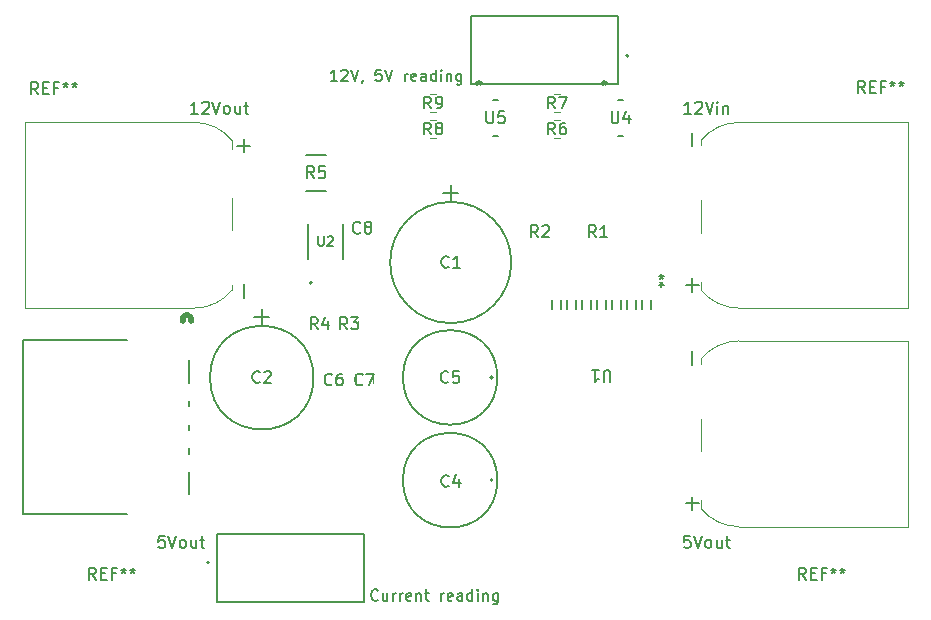
<source format=gbr>
%TF.GenerationSoftware,KiCad,Pcbnew,8.0.6*%
%TF.CreationDate,2025-05-08T15:48:42-04:00*%
%TF.ProjectId,PowerBoard2,506f7765-7242-46f6-9172-64322e6b6963,rev?*%
%TF.SameCoordinates,Original*%
%TF.FileFunction,Legend,Top*%
%TF.FilePolarity,Positive*%
%FSLAX46Y46*%
G04 Gerber Fmt 4.6, Leading zero omitted, Abs format (unit mm)*
G04 Created by KiCad (PCBNEW 8.0.6) date 2025-05-08 15:48:42*
%MOMM*%
%LPD*%
G01*
G04 APERTURE LIST*
%ADD10C,0.150000*%
%ADD11C,0.127000*%
%ADD12C,0.200000*%
%ADD13C,0.152400*%
%ADD14C,0.120000*%
%ADD15C,0.508000*%
G04 APERTURE END LIST*
D10*
X131935601Y-107339332D02*
X131890607Y-107384327D01*
X131890607Y-107384327D02*
X131755623Y-107429321D01*
X131755623Y-107429321D02*
X131665635Y-107429321D01*
X131665635Y-107429321D02*
X131530652Y-107384327D01*
X131530652Y-107384327D02*
X131440663Y-107294338D01*
X131440663Y-107294338D02*
X131395668Y-107204349D01*
X131395668Y-107204349D02*
X131350674Y-107024371D01*
X131350674Y-107024371D02*
X131350674Y-106889388D01*
X131350674Y-106889388D02*
X131395668Y-106709411D01*
X131395668Y-106709411D02*
X131440663Y-106619422D01*
X131440663Y-106619422D02*
X131530652Y-106529433D01*
X131530652Y-106529433D02*
X131665635Y-106484439D01*
X131665635Y-106484439D02*
X131755623Y-106484439D01*
X131755623Y-106484439D02*
X131890607Y-106529433D01*
X131890607Y-106529433D02*
X131935601Y-106574428D01*
X132745500Y-106799400D02*
X132745500Y-107429321D01*
X132340550Y-106799400D02*
X132340550Y-107294338D01*
X132340550Y-107294338D02*
X132385545Y-107384327D01*
X132385545Y-107384327D02*
X132475534Y-107429321D01*
X132475534Y-107429321D02*
X132610517Y-107429321D01*
X132610517Y-107429321D02*
X132700505Y-107384327D01*
X132700505Y-107384327D02*
X132745500Y-107339332D01*
X133195443Y-107429321D02*
X133195443Y-106799400D01*
X133195443Y-106979377D02*
X133240438Y-106889388D01*
X133240438Y-106889388D02*
X133285432Y-106844394D01*
X133285432Y-106844394D02*
X133375421Y-106799400D01*
X133375421Y-106799400D02*
X133465410Y-106799400D01*
X133780370Y-107429321D02*
X133780370Y-106799400D01*
X133780370Y-106979377D02*
X133825365Y-106889388D01*
X133825365Y-106889388D02*
X133870359Y-106844394D01*
X133870359Y-106844394D02*
X133960348Y-106799400D01*
X133960348Y-106799400D02*
X134050337Y-106799400D01*
X134725252Y-107384327D02*
X134635264Y-107429321D01*
X134635264Y-107429321D02*
X134455286Y-107429321D01*
X134455286Y-107429321D02*
X134365297Y-107384327D01*
X134365297Y-107384327D02*
X134320303Y-107294338D01*
X134320303Y-107294338D02*
X134320303Y-106934383D01*
X134320303Y-106934383D02*
X134365297Y-106844394D01*
X134365297Y-106844394D02*
X134455286Y-106799400D01*
X134455286Y-106799400D02*
X134635264Y-106799400D01*
X134635264Y-106799400D02*
X134725252Y-106844394D01*
X134725252Y-106844394D02*
X134770247Y-106934383D01*
X134770247Y-106934383D02*
X134770247Y-107024371D01*
X134770247Y-107024371D02*
X134320303Y-107114360D01*
X135175196Y-106799400D02*
X135175196Y-107429321D01*
X135175196Y-106889388D02*
X135220191Y-106844394D01*
X135220191Y-106844394D02*
X135310180Y-106799400D01*
X135310180Y-106799400D02*
X135445163Y-106799400D01*
X135445163Y-106799400D02*
X135535151Y-106844394D01*
X135535151Y-106844394D02*
X135580146Y-106934383D01*
X135580146Y-106934383D02*
X135580146Y-107429321D01*
X135895106Y-106799400D02*
X136255061Y-106799400D01*
X136030089Y-106484439D02*
X136030089Y-107294338D01*
X136030089Y-107294338D02*
X136075084Y-107384327D01*
X136075084Y-107384327D02*
X136165073Y-107429321D01*
X136165073Y-107429321D02*
X136255061Y-107429321D01*
X137289932Y-107429321D02*
X137289932Y-106799400D01*
X137289932Y-106979377D02*
X137334927Y-106889388D01*
X137334927Y-106889388D02*
X137379921Y-106844394D01*
X137379921Y-106844394D02*
X137469910Y-106799400D01*
X137469910Y-106799400D02*
X137559899Y-106799400D01*
X138234814Y-107384327D02*
X138144826Y-107429321D01*
X138144826Y-107429321D02*
X137964848Y-107429321D01*
X137964848Y-107429321D02*
X137874859Y-107384327D01*
X137874859Y-107384327D02*
X137829865Y-107294338D01*
X137829865Y-107294338D02*
X137829865Y-106934383D01*
X137829865Y-106934383D02*
X137874859Y-106844394D01*
X137874859Y-106844394D02*
X137964848Y-106799400D01*
X137964848Y-106799400D02*
X138144826Y-106799400D01*
X138144826Y-106799400D02*
X138234814Y-106844394D01*
X138234814Y-106844394D02*
X138279809Y-106934383D01*
X138279809Y-106934383D02*
X138279809Y-107024371D01*
X138279809Y-107024371D02*
X137829865Y-107114360D01*
X139089708Y-107429321D02*
X139089708Y-106934383D01*
X139089708Y-106934383D02*
X139044713Y-106844394D01*
X139044713Y-106844394D02*
X138954725Y-106799400D01*
X138954725Y-106799400D02*
X138774747Y-106799400D01*
X138774747Y-106799400D02*
X138684758Y-106844394D01*
X139089708Y-107384327D02*
X138999719Y-107429321D01*
X138999719Y-107429321D02*
X138774747Y-107429321D01*
X138774747Y-107429321D02*
X138684758Y-107384327D01*
X138684758Y-107384327D02*
X138639764Y-107294338D01*
X138639764Y-107294338D02*
X138639764Y-107204349D01*
X138639764Y-107204349D02*
X138684758Y-107114360D01*
X138684758Y-107114360D02*
X138774747Y-107069366D01*
X138774747Y-107069366D02*
X138999719Y-107069366D01*
X138999719Y-107069366D02*
X139089708Y-107024371D01*
X139944601Y-107429321D02*
X139944601Y-106484439D01*
X139944601Y-107384327D02*
X139854612Y-107429321D01*
X139854612Y-107429321D02*
X139674635Y-107429321D01*
X139674635Y-107429321D02*
X139584646Y-107384327D01*
X139584646Y-107384327D02*
X139539651Y-107339332D01*
X139539651Y-107339332D02*
X139494657Y-107249343D01*
X139494657Y-107249343D02*
X139494657Y-106979377D01*
X139494657Y-106979377D02*
X139539651Y-106889388D01*
X139539651Y-106889388D02*
X139584646Y-106844394D01*
X139584646Y-106844394D02*
X139674635Y-106799400D01*
X139674635Y-106799400D02*
X139854612Y-106799400D01*
X139854612Y-106799400D02*
X139944601Y-106844394D01*
X140394544Y-107429321D02*
X140394544Y-106799400D01*
X140394544Y-106484439D02*
X140349550Y-106529433D01*
X140349550Y-106529433D02*
X140394544Y-106574428D01*
X140394544Y-106574428D02*
X140439539Y-106529433D01*
X140439539Y-106529433D02*
X140394544Y-106484439D01*
X140394544Y-106484439D02*
X140394544Y-106574428D01*
X140844488Y-106799400D02*
X140844488Y-107429321D01*
X140844488Y-106889388D02*
X140889483Y-106844394D01*
X140889483Y-106844394D02*
X140979472Y-106799400D01*
X140979472Y-106799400D02*
X141114455Y-106799400D01*
X141114455Y-106799400D02*
X141204443Y-106844394D01*
X141204443Y-106844394D02*
X141249438Y-106934383D01*
X141249438Y-106934383D02*
X141249438Y-107429321D01*
X142104331Y-106799400D02*
X142104331Y-107564304D01*
X142104331Y-107564304D02*
X142059336Y-107654293D01*
X142059336Y-107654293D02*
X142014342Y-107699287D01*
X142014342Y-107699287D02*
X141924353Y-107744282D01*
X141924353Y-107744282D02*
X141789370Y-107744282D01*
X141789370Y-107744282D02*
X141699381Y-107699287D01*
X142104331Y-107384327D02*
X142014342Y-107429321D01*
X142014342Y-107429321D02*
X141834365Y-107429321D01*
X141834365Y-107429321D02*
X141744376Y-107384327D01*
X141744376Y-107384327D02*
X141699381Y-107339332D01*
X141699381Y-107339332D02*
X141654387Y-107249343D01*
X141654387Y-107249343D02*
X141654387Y-106979377D01*
X141654387Y-106979377D02*
X141699381Y-106889388D01*
X141699381Y-106889388D02*
X141744376Y-106844394D01*
X141744376Y-106844394D02*
X141834365Y-106799400D01*
X141834365Y-106799400D02*
X142014342Y-106799400D01*
X142014342Y-106799400D02*
X142104331Y-106844394D01*
X151720495Y-66004820D02*
X151720495Y-66814343D01*
X151720495Y-66814343D02*
X151768114Y-66909581D01*
X151768114Y-66909581D02*
X151815733Y-66957201D01*
X151815733Y-66957201D02*
X151910971Y-67004820D01*
X151910971Y-67004820D02*
X152101447Y-67004820D01*
X152101447Y-67004820D02*
X152196685Y-66957201D01*
X152196685Y-66957201D02*
X152244304Y-66909581D01*
X152244304Y-66909581D02*
X152291923Y-66814343D01*
X152291923Y-66814343D02*
X152291923Y-66004820D01*
X153196685Y-66338153D02*
X153196685Y-67004820D01*
X152958590Y-65957201D02*
X152720495Y-66671486D01*
X152720495Y-66671486D02*
X153339542Y-66671486D01*
X151110800Y-63353020D02*
X151110800Y-63591115D01*
X150872705Y-63495877D02*
X151110800Y-63591115D01*
X151110800Y-63591115D02*
X151348895Y-63495877D01*
X150967943Y-63781591D02*
X151110800Y-63591115D01*
X151110800Y-63591115D02*
X151253657Y-63781591D01*
X151110800Y-63353020D02*
X151110800Y-63591115D01*
X150872705Y-63495877D02*
X151110800Y-63591115D01*
X151110800Y-63591115D02*
X151348895Y-63495877D01*
X150967943Y-63781591D02*
X151110800Y-63591115D01*
X151110800Y-63591115D02*
X151253657Y-63781591D01*
X146933333Y-65754819D02*
X146600000Y-65278628D01*
X146361905Y-65754819D02*
X146361905Y-64754819D01*
X146361905Y-64754819D02*
X146742857Y-64754819D01*
X146742857Y-64754819D02*
X146838095Y-64802438D01*
X146838095Y-64802438D02*
X146885714Y-64850057D01*
X146885714Y-64850057D02*
X146933333Y-64945295D01*
X146933333Y-64945295D02*
X146933333Y-65088152D01*
X146933333Y-65088152D02*
X146885714Y-65183390D01*
X146885714Y-65183390D02*
X146838095Y-65231009D01*
X146838095Y-65231009D02*
X146742857Y-65278628D01*
X146742857Y-65278628D02*
X146361905Y-65278628D01*
X147266667Y-64754819D02*
X147933333Y-64754819D01*
X147933333Y-64754819D02*
X147504762Y-65754819D01*
X129333333Y-84454819D02*
X129000000Y-83978628D01*
X128761905Y-84454819D02*
X128761905Y-83454819D01*
X128761905Y-83454819D02*
X129142857Y-83454819D01*
X129142857Y-83454819D02*
X129238095Y-83502438D01*
X129238095Y-83502438D02*
X129285714Y-83550057D01*
X129285714Y-83550057D02*
X129333333Y-83645295D01*
X129333333Y-83645295D02*
X129333333Y-83788152D01*
X129333333Y-83788152D02*
X129285714Y-83883390D01*
X129285714Y-83883390D02*
X129238095Y-83931009D01*
X129238095Y-83931009D02*
X129142857Y-83978628D01*
X129142857Y-83978628D02*
X128761905Y-83978628D01*
X129666667Y-83454819D02*
X130285714Y-83454819D01*
X130285714Y-83454819D02*
X129952381Y-83835771D01*
X129952381Y-83835771D02*
X130095238Y-83835771D01*
X130095238Y-83835771D02*
X130190476Y-83883390D01*
X130190476Y-83883390D02*
X130238095Y-83931009D01*
X130238095Y-83931009D02*
X130285714Y-84026247D01*
X130285714Y-84026247D02*
X130285714Y-84264342D01*
X130285714Y-84264342D02*
X130238095Y-84359580D01*
X130238095Y-84359580D02*
X130190476Y-84407200D01*
X130190476Y-84407200D02*
X130095238Y-84454819D01*
X130095238Y-84454819D02*
X129809524Y-84454819D01*
X129809524Y-84454819D02*
X129714286Y-84407200D01*
X129714286Y-84407200D02*
X129666667Y-84359580D01*
X158440476Y-66204819D02*
X157869048Y-66204819D01*
X158154762Y-66204819D02*
X158154762Y-65204819D01*
X158154762Y-65204819D02*
X158059524Y-65347676D01*
X158059524Y-65347676D02*
X157964286Y-65442914D01*
X157964286Y-65442914D02*
X157869048Y-65490533D01*
X158821429Y-65300057D02*
X158869048Y-65252438D01*
X158869048Y-65252438D02*
X158964286Y-65204819D01*
X158964286Y-65204819D02*
X159202381Y-65204819D01*
X159202381Y-65204819D02*
X159297619Y-65252438D01*
X159297619Y-65252438D02*
X159345238Y-65300057D01*
X159345238Y-65300057D02*
X159392857Y-65395295D01*
X159392857Y-65395295D02*
X159392857Y-65490533D01*
X159392857Y-65490533D02*
X159345238Y-65633390D01*
X159345238Y-65633390D02*
X158773810Y-66204819D01*
X158773810Y-66204819D02*
X159392857Y-66204819D01*
X159678572Y-65204819D02*
X160011905Y-66204819D01*
X160011905Y-66204819D02*
X160345238Y-65204819D01*
X160678572Y-66204819D02*
X160678572Y-65538152D01*
X160678572Y-65204819D02*
X160630953Y-65252438D01*
X160630953Y-65252438D02*
X160678572Y-65300057D01*
X160678572Y-65300057D02*
X160726191Y-65252438D01*
X160726191Y-65252438D02*
X160678572Y-65204819D01*
X160678572Y-65204819D02*
X160678572Y-65300057D01*
X161154762Y-65538152D02*
X161154762Y-66204819D01*
X161154762Y-65633390D02*
X161202381Y-65585771D01*
X161202381Y-65585771D02*
X161297619Y-65538152D01*
X161297619Y-65538152D02*
X161440476Y-65538152D01*
X161440476Y-65538152D02*
X161535714Y-65585771D01*
X161535714Y-65585771D02*
X161583333Y-65681009D01*
X161583333Y-65681009D02*
X161583333Y-66204819D01*
X158564700Y-81271428D02*
X158564700Y-80128571D01*
X159136128Y-80699999D02*
X157993271Y-80699999D01*
X158564700Y-68971428D02*
X158564700Y-67828571D01*
X121933333Y-88909579D02*
X121885714Y-88957199D01*
X121885714Y-88957199D02*
X121742857Y-89004818D01*
X121742857Y-89004818D02*
X121647619Y-89004818D01*
X121647619Y-89004818D02*
X121504762Y-88957199D01*
X121504762Y-88957199D02*
X121409524Y-88861960D01*
X121409524Y-88861960D02*
X121361905Y-88766722D01*
X121361905Y-88766722D02*
X121314286Y-88576246D01*
X121314286Y-88576246D02*
X121314286Y-88433389D01*
X121314286Y-88433389D02*
X121361905Y-88242913D01*
X121361905Y-88242913D02*
X121409524Y-88147675D01*
X121409524Y-88147675D02*
X121504762Y-88052437D01*
X121504762Y-88052437D02*
X121647619Y-88004818D01*
X121647619Y-88004818D02*
X121742857Y-88004818D01*
X121742857Y-88004818D02*
X121885714Y-88052437D01*
X121885714Y-88052437D02*
X121933333Y-88100056D01*
X122314286Y-88100056D02*
X122361905Y-88052437D01*
X122361905Y-88052437D02*
X122457143Y-88004818D01*
X122457143Y-88004818D02*
X122695238Y-88004818D01*
X122695238Y-88004818D02*
X122790476Y-88052437D01*
X122790476Y-88052437D02*
X122838095Y-88100056D01*
X122838095Y-88100056D02*
X122885714Y-88195294D01*
X122885714Y-88195294D02*
X122885714Y-88290532D01*
X122885714Y-88290532D02*
X122838095Y-88433389D01*
X122838095Y-88433389D02*
X122266667Y-89004818D01*
X122266667Y-89004818D02*
X122885714Y-89004818D01*
X137883333Y-88892830D02*
X137835714Y-88940450D01*
X137835714Y-88940450D02*
X137692857Y-88988069D01*
X137692857Y-88988069D02*
X137597619Y-88988069D01*
X137597619Y-88988069D02*
X137454762Y-88940450D01*
X137454762Y-88940450D02*
X137359524Y-88845211D01*
X137359524Y-88845211D02*
X137311905Y-88749973D01*
X137311905Y-88749973D02*
X137264286Y-88559497D01*
X137264286Y-88559497D02*
X137264286Y-88416640D01*
X137264286Y-88416640D02*
X137311905Y-88226164D01*
X137311905Y-88226164D02*
X137359524Y-88130926D01*
X137359524Y-88130926D02*
X137454762Y-88035688D01*
X137454762Y-88035688D02*
X137597619Y-87988069D01*
X137597619Y-87988069D02*
X137692857Y-87988069D01*
X137692857Y-87988069D02*
X137835714Y-88035688D01*
X137835714Y-88035688D02*
X137883333Y-88083307D01*
X138788095Y-87988069D02*
X138311905Y-87988069D01*
X138311905Y-87988069D02*
X138264286Y-88464259D01*
X138264286Y-88464259D02*
X138311905Y-88416640D01*
X138311905Y-88416640D02*
X138407143Y-88369021D01*
X138407143Y-88369021D02*
X138645238Y-88369021D01*
X138645238Y-88369021D02*
X138740476Y-88416640D01*
X138740476Y-88416640D02*
X138788095Y-88464259D01*
X138788095Y-88464259D02*
X138835714Y-88559497D01*
X138835714Y-88559497D02*
X138835714Y-88797592D01*
X138835714Y-88797592D02*
X138788095Y-88892830D01*
X138788095Y-88892830D02*
X138740476Y-88940450D01*
X138740476Y-88940450D02*
X138645238Y-88988069D01*
X138645238Y-88988069D02*
X138407143Y-88988069D01*
X138407143Y-88988069D02*
X138311905Y-88940450D01*
X138311905Y-88940450D02*
X138264286Y-88892830D01*
X126890476Y-76562295D02*
X126890476Y-77209914D01*
X126890476Y-77209914D02*
X126928571Y-77286104D01*
X126928571Y-77286104D02*
X126966666Y-77324200D01*
X126966666Y-77324200D02*
X127042857Y-77362295D01*
X127042857Y-77362295D02*
X127195238Y-77362295D01*
X127195238Y-77362295D02*
X127271428Y-77324200D01*
X127271428Y-77324200D02*
X127309523Y-77286104D01*
X127309523Y-77286104D02*
X127347619Y-77209914D01*
X127347619Y-77209914D02*
X127347619Y-76562295D01*
X127690475Y-76638485D02*
X127728571Y-76600390D01*
X127728571Y-76600390D02*
X127804761Y-76562295D01*
X127804761Y-76562295D02*
X127995237Y-76562295D01*
X127995237Y-76562295D02*
X128071428Y-76600390D01*
X128071428Y-76600390D02*
X128109523Y-76638485D01*
X128109523Y-76638485D02*
X128147618Y-76714676D01*
X128147618Y-76714676D02*
X128147618Y-76790866D01*
X128147618Y-76790866D02*
X128109523Y-76905152D01*
X128109523Y-76905152D02*
X127652380Y-77362295D01*
X127652380Y-77362295D02*
X128147618Y-77362295D01*
X130633333Y-89109580D02*
X130585714Y-89157200D01*
X130585714Y-89157200D02*
X130442857Y-89204819D01*
X130442857Y-89204819D02*
X130347619Y-89204819D01*
X130347619Y-89204819D02*
X130204762Y-89157200D01*
X130204762Y-89157200D02*
X130109524Y-89061961D01*
X130109524Y-89061961D02*
X130061905Y-88966723D01*
X130061905Y-88966723D02*
X130014286Y-88776247D01*
X130014286Y-88776247D02*
X130014286Y-88633390D01*
X130014286Y-88633390D02*
X130061905Y-88442914D01*
X130061905Y-88442914D02*
X130109524Y-88347676D01*
X130109524Y-88347676D02*
X130204762Y-88252438D01*
X130204762Y-88252438D02*
X130347619Y-88204819D01*
X130347619Y-88204819D02*
X130442857Y-88204819D01*
X130442857Y-88204819D02*
X130585714Y-88252438D01*
X130585714Y-88252438D02*
X130633333Y-88300057D01*
X130966667Y-88204819D02*
X131633333Y-88204819D01*
X131633333Y-88204819D02*
X131204762Y-89204819D01*
X128033333Y-89109580D02*
X127985714Y-89157200D01*
X127985714Y-89157200D02*
X127842857Y-89204819D01*
X127842857Y-89204819D02*
X127747619Y-89204819D01*
X127747619Y-89204819D02*
X127604762Y-89157200D01*
X127604762Y-89157200D02*
X127509524Y-89061961D01*
X127509524Y-89061961D02*
X127461905Y-88966723D01*
X127461905Y-88966723D02*
X127414286Y-88776247D01*
X127414286Y-88776247D02*
X127414286Y-88633390D01*
X127414286Y-88633390D02*
X127461905Y-88442914D01*
X127461905Y-88442914D02*
X127509524Y-88347676D01*
X127509524Y-88347676D02*
X127604762Y-88252438D01*
X127604762Y-88252438D02*
X127747619Y-88204819D01*
X127747619Y-88204819D02*
X127842857Y-88204819D01*
X127842857Y-88204819D02*
X127985714Y-88252438D01*
X127985714Y-88252438D02*
X128033333Y-88300057D01*
X128890476Y-88204819D02*
X128700000Y-88204819D01*
X128700000Y-88204819D02*
X128604762Y-88252438D01*
X128604762Y-88252438D02*
X128557143Y-88300057D01*
X128557143Y-88300057D02*
X128461905Y-88442914D01*
X128461905Y-88442914D02*
X128414286Y-88633390D01*
X128414286Y-88633390D02*
X128414286Y-89014342D01*
X128414286Y-89014342D02*
X128461905Y-89109580D01*
X128461905Y-89109580D02*
X128509524Y-89157200D01*
X128509524Y-89157200D02*
X128604762Y-89204819D01*
X128604762Y-89204819D02*
X128795238Y-89204819D01*
X128795238Y-89204819D02*
X128890476Y-89157200D01*
X128890476Y-89157200D02*
X128938095Y-89109580D01*
X128938095Y-89109580D02*
X128985714Y-89014342D01*
X128985714Y-89014342D02*
X128985714Y-88776247D01*
X128985714Y-88776247D02*
X128938095Y-88681009D01*
X128938095Y-88681009D02*
X128890476Y-88633390D01*
X128890476Y-88633390D02*
X128795238Y-88585771D01*
X128795238Y-88585771D02*
X128604762Y-88585771D01*
X128604762Y-88585771D02*
X128509524Y-88633390D01*
X128509524Y-88633390D02*
X128461905Y-88681009D01*
X128461905Y-88681009D02*
X128414286Y-88776247D01*
X108066666Y-105654819D02*
X107733333Y-105178628D01*
X107495238Y-105654819D02*
X107495238Y-104654819D01*
X107495238Y-104654819D02*
X107876190Y-104654819D01*
X107876190Y-104654819D02*
X107971428Y-104702438D01*
X107971428Y-104702438D02*
X108019047Y-104750057D01*
X108019047Y-104750057D02*
X108066666Y-104845295D01*
X108066666Y-104845295D02*
X108066666Y-104988152D01*
X108066666Y-104988152D02*
X108019047Y-105083390D01*
X108019047Y-105083390D02*
X107971428Y-105131009D01*
X107971428Y-105131009D02*
X107876190Y-105178628D01*
X107876190Y-105178628D02*
X107495238Y-105178628D01*
X108495238Y-105131009D02*
X108828571Y-105131009D01*
X108971428Y-105654819D02*
X108495238Y-105654819D01*
X108495238Y-105654819D02*
X108495238Y-104654819D01*
X108495238Y-104654819D02*
X108971428Y-104654819D01*
X109733333Y-105131009D02*
X109400000Y-105131009D01*
X109400000Y-105654819D02*
X109400000Y-104654819D01*
X109400000Y-104654819D02*
X109876190Y-104654819D01*
X110400000Y-104654819D02*
X110400000Y-104892914D01*
X110161905Y-104797676D02*
X110400000Y-104892914D01*
X110400000Y-104892914D02*
X110638095Y-104797676D01*
X110257143Y-105083390D02*
X110400000Y-104892914D01*
X110400000Y-104892914D02*
X110542857Y-105083390D01*
X111161905Y-104654819D02*
X111161905Y-104892914D01*
X110923810Y-104797676D02*
X111161905Y-104892914D01*
X111161905Y-104892914D02*
X111400000Y-104797676D01*
X111019048Y-105083390D02*
X111161905Y-104892914D01*
X111161905Y-104892914D02*
X111304762Y-105083390D01*
X146933333Y-67954819D02*
X146600000Y-67478628D01*
X146361905Y-67954819D02*
X146361905Y-66954819D01*
X146361905Y-66954819D02*
X146742857Y-66954819D01*
X146742857Y-66954819D02*
X146838095Y-67002438D01*
X146838095Y-67002438D02*
X146885714Y-67050057D01*
X146885714Y-67050057D02*
X146933333Y-67145295D01*
X146933333Y-67145295D02*
X146933333Y-67288152D01*
X146933333Y-67288152D02*
X146885714Y-67383390D01*
X146885714Y-67383390D02*
X146838095Y-67431009D01*
X146838095Y-67431009D02*
X146742857Y-67478628D01*
X146742857Y-67478628D02*
X146361905Y-67478628D01*
X147790476Y-66954819D02*
X147600000Y-66954819D01*
X147600000Y-66954819D02*
X147504762Y-67002438D01*
X147504762Y-67002438D02*
X147457143Y-67050057D01*
X147457143Y-67050057D02*
X147361905Y-67192914D01*
X147361905Y-67192914D02*
X147314286Y-67383390D01*
X147314286Y-67383390D02*
X147314286Y-67764342D01*
X147314286Y-67764342D02*
X147361905Y-67859580D01*
X147361905Y-67859580D02*
X147409524Y-67907200D01*
X147409524Y-67907200D02*
X147504762Y-67954819D01*
X147504762Y-67954819D02*
X147695238Y-67954819D01*
X147695238Y-67954819D02*
X147790476Y-67907200D01*
X147790476Y-67907200D02*
X147838095Y-67859580D01*
X147838095Y-67859580D02*
X147885714Y-67764342D01*
X147885714Y-67764342D02*
X147885714Y-67526247D01*
X147885714Y-67526247D02*
X147838095Y-67431009D01*
X147838095Y-67431009D02*
X147790476Y-67383390D01*
X147790476Y-67383390D02*
X147695238Y-67335771D01*
X147695238Y-67335771D02*
X147504762Y-67335771D01*
X147504762Y-67335771D02*
X147409524Y-67383390D01*
X147409524Y-67383390D02*
X147361905Y-67431009D01*
X147361905Y-67431009D02*
X147314286Y-67526247D01*
X103166666Y-64554819D02*
X102833333Y-64078628D01*
X102595238Y-64554819D02*
X102595238Y-63554819D01*
X102595238Y-63554819D02*
X102976190Y-63554819D01*
X102976190Y-63554819D02*
X103071428Y-63602438D01*
X103071428Y-63602438D02*
X103119047Y-63650057D01*
X103119047Y-63650057D02*
X103166666Y-63745295D01*
X103166666Y-63745295D02*
X103166666Y-63888152D01*
X103166666Y-63888152D02*
X103119047Y-63983390D01*
X103119047Y-63983390D02*
X103071428Y-64031009D01*
X103071428Y-64031009D02*
X102976190Y-64078628D01*
X102976190Y-64078628D02*
X102595238Y-64078628D01*
X103595238Y-64031009D02*
X103928571Y-64031009D01*
X104071428Y-64554819D02*
X103595238Y-64554819D01*
X103595238Y-64554819D02*
X103595238Y-63554819D01*
X103595238Y-63554819D02*
X104071428Y-63554819D01*
X104833333Y-64031009D02*
X104500000Y-64031009D01*
X104500000Y-64554819D02*
X104500000Y-63554819D01*
X104500000Y-63554819D02*
X104976190Y-63554819D01*
X105500000Y-63554819D02*
X105500000Y-63792914D01*
X105261905Y-63697676D02*
X105500000Y-63792914D01*
X105500000Y-63792914D02*
X105738095Y-63697676D01*
X105357143Y-63983390D02*
X105500000Y-63792914D01*
X105500000Y-63792914D02*
X105642857Y-63983390D01*
X106261905Y-63554819D02*
X106261905Y-63792914D01*
X106023810Y-63697676D02*
X106261905Y-63792914D01*
X106261905Y-63792914D02*
X106500000Y-63697676D01*
X106119048Y-63983390D02*
X106261905Y-63792914D01*
X106261905Y-63792914D02*
X106404762Y-63983390D01*
X137933333Y-79159580D02*
X137885714Y-79207200D01*
X137885714Y-79207200D02*
X137742857Y-79254819D01*
X137742857Y-79254819D02*
X137647619Y-79254819D01*
X137647619Y-79254819D02*
X137504762Y-79207200D01*
X137504762Y-79207200D02*
X137409524Y-79111961D01*
X137409524Y-79111961D02*
X137361905Y-79016723D01*
X137361905Y-79016723D02*
X137314286Y-78826247D01*
X137314286Y-78826247D02*
X137314286Y-78683390D01*
X137314286Y-78683390D02*
X137361905Y-78492914D01*
X137361905Y-78492914D02*
X137409524Y-78397676D01*
X137409524Y-78397676D02*
X137504762Y-78302438D01*
X137504762Y-78302438D02*
X137647619Y-78254819D01*
X137647619Y-78254819D02*
X137742857Y-78254819D01*
X137742857Y-78254819D02*
X137885714Y-78302438D01*
X137885714Y-78302438D02*
X137933333Y-78350057D01*
X138885714Y-79254819D02*
X138314286Y-79254819D01*
X138600000Y-79254819D02*
X138600000Y-78254819D01*
X138600000Y-78254819D02*
X138504762Y-78397676D01*
X138504762Y-78397676D02*
X138409524Y-78492914D01*
X138409524Y-78492914D02*
X138314286Y-78540533D01*
X130433333Y-76259580D02*
X130385714Y-76307200D01*
X130385714Y-76307200D02*
X130242857Y-76354819D01*
X130242857Y-76354819D02*
X130147619Y-76354819D01*
X130147619Y-76354819D02*
X130004762Y-76307200D01*
X130004762Y-76307200D02*
X129909524Y-76211961D01*
X129909524Y-76211961D02*
X129861905Y-76116723D01*
X129861905Y-76116723D02*
X129814286Y-75926247D01*
X129814286Y-75926247D02*
X129814286Y-75783390D01*
X129814286Y-75783390D02*
X129861905Y-75592914D01*
X129861905Y-75592914D02*
X129909524Y-75497676D01*
X129909524Y-75497676D02*
X130004762Y-75402438D01*
X130004762Y-75402438D02*
X130147619Y-75354819D01*
X130147619Y-75354819D02*
X130242857Y-75354819D01*
X130242857Y-75354819D02*
X130385714Y-75402438D01*
X130385714Y-75402438D02*
X130433333Y-75450057D01*
X131004762Y-75783390D02*
X130909524Y-75735771D01*
X130909524Y-75735771D02*
X130861905Y-75688152D01*
X130861905Y-75688152D02*
X130814286Y-75592914D01*
X130814286Y-75592914D02*
X130814286Y-75545295D01*
X130814286Y-75545295D02*
X130861905Y-75450057D01*
X130861905Y-75450057D02*
X130909524Y-75402438D01*
X130909524Y-75402438D02*
X131004762Y-75354819D01*
X131004762Y-75354819D02*
X131195238Y-75354819D01*
X131195238Y-75354819D02*
X131290476Y-75402438D01*
X131290476Y-75402438D02*
X131338095Y-75450057D01*
X131338095Y-75450057D02*
X131385714Y-75545295D01*
X131385714Y-75545295D02*
X131385714Y-75592914D01*
X131385714Y-75592914D02*
X131338095Y-75688152D01*
X131338095Y-75688152D02*
X131290476Y-75735771D01*
X131290476Y-75735771D02*
X131195238Y-75783390D01*
X131195238Y-75783390D02*
X131004762Y-75783390D01*
X131004762Y-75783390D02*
X130909524Y-75831009D01*
X130909524Y-75831009D02*
X130861905Y-75878628D01*
X130861905Y-75878628D02*
X130814286Y-75973866D01*
X130814286Y-75973866D02*
X130814286Y-76164342D01*
X130814286Y-76164342D02*
X130861905Y-76259580D01*
X130861905Y-76259580D02*
X130909524Y-76307200D01*
X130909524Y-76307200D02*
X131004762Y-76354819D01*
X131004762Y-76354819D02*
X131195238Y-76354819D01*
X131195238Y-76354819D02*
X131290476Y-76307200D01*
X131290476Y-76307200D02*
X131338095Y-76259580D01*
X131338095Y-76259580D02*
X131385714Y-76164342D01*
X131385714Y-76164342D02*
X131385714Y-75973866D01*
X131385714Y-75973866D02*
X131338095Y-75878628D01*
X131338095Y-75878628D02*
X131290476Y-75831009D01*
X131290476Y-75831009D02*
X131195238Y-75783390D01*
X145480534Y-76654819D02*
X145147201Y-76178628D01*
X144909106Y-76654819D02*
X144909106Y-75654819D01*
X144909106Y-75654819D02*
X145290058Y-75654819D01*
X145290058Y-75654819D02*
X145385296Y-75702438D01*
X145385296Y-75702438D02*
X145432915Y-75750057D01*
X145432915Y-75750057D02*
X145480534Y-75845295D01*
X145480534Y-75845295D02*
X145480534Y-75988152D01*
X145480534Y-75988152D02*
X145432915Y-76083390D01*
X145432915Y-76083390D02*
X145385296Y-76131009D01*
X145385296Y-76131009D02*
X145290058Y-76178628D01*
X145290058Y-76178628D02*
X144909106Y-76178628D01*
X145861487Y-75750057D02*
X145909106Y-75702438D01*
X145909106Y-75702438D02*
X146004344Y-75654819D01*
X146004344Y-75654819D02*
X146242439Y-75654819D01*
X146242439Y-75654819D02*
X146337677Y-75702438D01*
X146337677Y-75702438D02*
X146385296Y-75750057D01*
X146385296Y-75750057D02*
X146432915Y-75845295D01*
X146432915Y-75845295D02*
X146432915Y-75940533D01*
X146432915Y-75940533D02*
X146385296Y-76083390D01*
X146385296Y-76083390D02*
X145813868Y-76654819D01*
X145813868Y-76654819D02*
X146432915Y-76654819D01*
X136433333Y-67954819D02*
X136100000Y-67478628D01*
X135861905Y-67954819D02*
X135861905Y-66954819D01*
X135861905Y-66954819D02*
X136242857Y-66954819D01*
X136242857Y-66954819D02*
X136338095Y-67002438D01*
X136338095Y-67002438D02*
X136385714Y-67050057D01*
X136385714Y-67050057D02*
X136433333Y-67145295D01*
X136433333Y-67145295D02*
X136433333Y-67288152D01*
X136433333Y-67288152D02*
X136385714Y-67383390D01*
X136385714Y-67383390D02*
X136338095Y-67431009D01*
X136338095Y-67431009D02*
X136242857Y-67478628D01*
X136242857Y-67478628D02*
X135861905Y-67478628D01*
X137004762Y-67383390D02*
X136909524Y-67335771D01*
X136909524Y-67335771D02*
X136861905Y-67288152D01*
X136861905Y-67288152D02*
X136814286Y-67192914D01*
X136814286Y-67192914D02*
X136814286Y-67145295D01*
X136814286Y-67145295D02*
X136861905Y-67050057D01*
X136861905Y-67050057D02*
X136909524Y-67002438D01*
X136909524Y-67002438D02*
X137004762Y-66954819D01*
X137004762Y-66954819D02*
X137195238Y-66954819D01*
X137195238Y-66954819D02*
X137290476Y-67002438D01*
X137290476Y-67002438D02*
X137338095Y-67050057D01*
X137338095Y-67050057D02*
X137385714Y-67145295D01*
X137385714Y-67145295D02*
X137385714Y-67192914D01*
X137385714Y-67192914D02*
X137338095Y-67288152D01*
X137338095Y-67288152D02*
X137290476Y-67335771D01*
X137290476Y-67335771D02*
X137195238Y-67383390D01*
X137195238Y-67383390D02*
X137004762Y-67383390D01*
X137004762Y-67383390D02*
X136909524Y-67431009D01*
X136909524Y-67431009D02*
X136861905Y-67478628D01*
X136861905Y-67478628D02*
X136814286Y-67573866D01*
X136814286Y-67573866D02*
X136814286Y-67764342D01*
X136814286Y-67764342D02*
X136861905Y-67859580D01*
X136861905Y-67859580D02*
X136909524Y-67907200D01*
X136909524Y-67907200D02*
X137004762Y-67954819D01*
X137004762Y-67954819D02*
X137195238Y-67954819D01*
X137195238Y-67954819D02*
X137290476Y-67907200D01*
X137290476Y-67907200D02*
X137338095Y-67859580D01*
X137338095Y-67859580D02*
X137385714Y-67764342D01*
X137385714Y-67764342D02*
X137385714Y-67573866D01*
X137385714Y-67573866D02*
X137338095Y-67478628D01*
X137338095Y-67478628D02*
X137290476Y-67431009D01*
X137290476Y-67431009D02*
X137195238Y-67383390D01*
X168166666Y-105654819D02*
X167833333Y-105178628D01*
X167595238Y-105654819D02*
X167595238Y-104654819D01*
X167595238Y-104654819D02*
X167976190Y-104654819D01*
X167976190Y-104654819D02*
X168071428Y-104702438D01*
X168071428Y-104702438D02*
X168119047Y-104750057D01*
X168119047Y-104750057D02*
X168166666Y-104845295D01*
X168166666Y-104845295D02*
X168166666Y-104988152D01*
X168166666Y-104988152D02*
X168119047Y-105083390D01*
X168119047Y-105083390D02*
X168071428Y-105131009D01*
X168071428Y-105131009D02*
X167976190Y-105178628D01*
X167976190Y-105178628D02*
X167595238Y-105178628D01*
X168595238Y-105131009D02*
X168928571Y-105131009D01*
X169071428Y-105654819D02*
X168595238Y-105654819D01*
X168595238Y-105654819D02*
X168595238Y-104654819D01*
X168595238Y-104654819D02*
X169071428Y-104654819D01*
X169833333Y-105131009D02*
X169500000Y-105131009D01*
X169500000Y-105654819D02*
X169500000Y-104654819D01*
X169500000Y-104654819D02*
X169976190Y-104654819D01*
X170500000Y-104654819D02*
X170500000Y-104892914D01*
X170261905Y-104797676D02*
X170500000Y-104892914D01*
X170500000Y-104892914D02*
X170738095Y-104797676D01*
X170357143Y-105083390D02*
X170500000Y-104892914D01*
X170500000Y-104892914D02*
X170642857Y-105083390D01*
X171261905Y-104654819D02*
X171261905Y-104892914D01*
X171023810Y-104797676D02*
X171261905Y-104892914D01*
X171261905Y-104892914D02*
X171500000Y-104797676D01*
X171119048Y-105083390D02*
X171261905Y-104892914D01*
X171261905Y-104892914D02*
X171404762Y-105083390D01*
X158369047Y-101954819D02*
X157892857Y-101954819D01*
X157892857Y-101954819D02*
X157845238Y-102431009D01*
X157845238Y-102431009D02*
X157892857Y-102383390D01*
X157892857Y-102383390D02*
X157988095Y-102335771D01*
X157988095Y-102335771D02*
X158226190Y-102335771D01*
X158226190Y-102335771D02*
X158321428Y-102383390D01*
X158321428Y-102383390D02*
X158369047Y-102431009D01*
X158369047Y-102431009D02*
X158416666Y-102526247D01*
X158416666Y-102526247D02*
X158416666Y-102764342D01*
X158416666Y-102764342D02*
X158369047Y-102859580D01*
X158369047Y-102859580D02*
X158321428Y-102907200D01*
X158321428Y-102907200D02*
X158226190Y-102954819D01*
X158226190Y-102954819D02*
X157988095Y-102954819D01*
X157988095Y-102954819D02*
X157892857Y-102907200D01*
X157892857Y-102907200D02*
X157845238Y-102859580D01*
X158702381Y-101954819D02*
X159035714Y-102954819D01*
X159035714Y-102954819D02*
X159369047Y-101954819D01*
X159845238Y-102954819D02*
X159750000Y-102907200D01*
X159750000Y-102907200D02*
X159702381Y-102859580D01*
X159702381Y-102859580D02*
X159654762Y-102764342D01*
X159654762Y-102764342D02*
X159654762Y-102478628D01*
X159654762Y-102478628D02*
X159702381Y-102383390D01*
X159702381Y-102383390D02*
X159750000Y-102335771D01*
X159750000Y-102335771D02*
X159845238Y-102288152D01*
X159845238Y-102288152D02*
X159988095Y-102288152D01*
X159988095Y-102288152D02*
X160083333Y-102335771D01*
X160083333Y-102335771D02*
X160130952Y-102383390D01*
X160130952Y-102383390D02*
X160178571Y-102478628D01*
X160178571Y-102478628D02*
X160178571Y-102764342D01*
X160178571Y-102764342D02*
X160130952Y-102859580D01*
X160130952Y-102859580D02*
X160083333Y-102907200D01*
X160083333Y-102907200D02*
X159988095Y-102954819D01*
X159988095Y-102954819D02*
X159845238Y-102954819D01*
X161035714Y-102288152D02*
X161035714Y-102954819D01*
X160607143Y-102288152D02*
X160607143Y-102811961D01*
X160607143Y-102811961D02*
X160654762Y-102907200D01*
X160654762Y-102907200D02*
X160750000Y-102954819D01*
X160750000Y-102954819D02*
X160892857Y-102954819D01*
X160892857Y-102954819D02*
X160988095Y-102907200D01*
X160988095Y-102907200D02*
X161035714Y-102859580D01*
X161369048Y-102288152D02*
X161750000Y-102288152D01*
X161511905Y-101954819D02*
X161511905Y-102811961D01*
X161511905Y-102811961D02*
X161559524Y-102907200D01*
X161559524Y-102907200D02*
X161654762Y-102954819D01*
X161654762Y-102954819D02*
X161750000Y-102954819D01*
X158564700Y-99771428D02*
X158564700Y-98628571D01*
X159136128Y-99199999D02*
X157993271Y-99199999D01*
X158564700Y-87471428D02*
X158564700Y-86328571D01*
X141120495Y-66004820D02*
X141120495Y-66814343D01*
X141120495Y-66814343D02*
X141168114Y-66909581D01*
X141168114Y-66909581D02*
X141215733Y-66957201D01*
X141215733Y-66957201D02*
X141310971Y-67004820D01*
X141310971Y-67004820D02*
X141501447Y-67004820D01*
X141501447Y-67004820D02*
X141596685Y-66957201D01*
X141596685Y-66957201D02*
X141644304Y-66909581D01*
X141644304Y-66909581D02*
X141691923Y-66814343D01*
X141691923Y-66814343D02*
X141691923Y-66004820D01*
X142644304Y-66004820D02*
X142168114Y-66004820D01*
X142168114Y-66004820D02*
X142120495Y-66481010D01*
X142120495Y-66481010D02*
X142168114Y-66433391D01*
X142168114Y-66433391D02*
X142263352Y-66385772D01*
X142263352Y-66385772D02*
X142501447Y-66385772D01*
X142501447Y-66385772D02*
X142596685Y-66433391D01*
X142596685Y-66433391D02*
X142644304Y-66481010D01*
X142644304Y-66481010D02*
X142691923Y-66576248D01*
X142691923Y-66576248D02*
X142691923Y-66814343D01*
X142691923Y-66814343D02*
X142644304Y-66909581D01*
X142644304Y-66909581D02*
X142596685Y-66957201D01*
X142596685Y-66957201D02*
X142501447Y-67004820D01*
X142501447Y-67004820D02*
X142263352Y-67004820D01*
X142263352Y-67004820D02*
X142168114Y-66957201D01*
X142168114Y-66957201D02*
X142120495Y-66909581D01*
X140510800Y-63353020D02*
X140510800Y-63591115D01*
X140272705Y-63495877D02*
X140510800Y-63591115D01*
X140510800Y-63591115D02*
X140748895Y-63495877D01*
X140367943Y-63781591D02*
X140510800Y-63591115D01*
X140510800Y-63591115D02*
X140653657Y-63781591D01*
X140510800Y-63353020D02*
X140510800Y-63591115D01*
X140272705Y-63495877D02*
X140510800Y-63591115D01*
X140510800Y-63591115D02*
X140748895Y-63495877D01*
X140367943Y-63781591D02*
X140510800Y-63591115D01*
X140510800Y-63591115D02*
X140653657Y-63781591D01*
X113869047Y-101954819D02*
X113392857Y-101954819D01*
X113392857Y-101954819D02*
X113345238Y-102431009D01*
X113345238Y-102431009D02*
X113392857Y-102383390D01*
X113392857Y-102383390D02*
X113488095Y-102335771D01*
X113488095Y-102335771D02*
X113726190Y-102335771D01*
X113726190Y-102335771D02*
X113821428Y-102383390D01*
X113821428Y-102383390D02*
X113869047Y-102431009D01*
X113869047Y-102431009D02*
X113916666Y-102526247D01*
X113916666Y-102526247D02*
X113916666Y-102764342D01*
X113916666Y-102764342D02*
X113869047Y-102859580D01*
X113869047Y-102859580D02*
X113821428Y-102907200D01*
X113821428Y-102907200D02*
X113726190Y-102954819D01*
X113726190Y-102954819D02*
X113488095Y-102954819D01*
X113488095Y-102954819D02*
X113392857Y-102907200D01*
X113392857Y-102907200D02*
X113345238Y-102859580D01*
X114202381Y-101954819D02*
X114535714Y-102954819D01*
X114535714Y-102954819D02*
X114869047Y-101954819D01*
X115345238Y-102954819D02*
X115250000Y-102907200D01*
X115250000Y-102907200D02*
X115202381Y-102859580D01*
X115202381Y-102859580D02*
X115154762Y-102764342D01*
X115154762Y-102764342D02*
X115154762Y-102478628D01*
X115154762Y-102478628D02*
X115202381Y-102383390D01*
X115202381Y-102383390D02*
X115250000Y-102335771D01*
X115250000Y-102335771D02*
X115345238Y-102288152D01*
X115345238Y-102288152D02*
X115488095Y-102288152D01*
X115488095Y-102288152D02*
X115583333Y-102335771D01*
X115583333Y-102335771D02*
X115630952Y-102383390D01*
X115630952Y-102383390D02*
X115678571Y-102478628D01*
X115678571Y-102478628D02*
X115678571Y-102764342D01*
X115678571Y-102764342D02*
X115630952Y-102859580D01*
X115630952Y-102859580D02*
X115583333Y-102907200D01*
X115583333Y-102907200D02*
X115488095Y-102954819D01*
X115488095Y-102954819D02*
X115345238Y-102954819D01*
X116535714Y-102288152D02*
X116535714Y-102954819D01*
X116107143Y-102288152D02*
X116107143Y-102811961D01*
X116107143Y-102811961D02*
X116154762Y-102907200D01*
X116154762Y-102907200D02*
X116250000Y-102954819D01*
X116250000Y-102954819D02*
X116392857Y-102954819D01*
X116392857Y-102954819D02*
X116488095Y-102907200D01*
X116488095Y-102907200D02*
X116535714Y-102859580D01*
X116869048Y-102288152D02*
X117250000Y-102288152D01*
X117011905Y-101954819D02*
X117011905Y-102811961D01*
X117011905Y-102811961D02*
X117059524Y-102907200D01*
X117059524Y-102907200D02*
X117154762Y-102954819D01*
X117154762Y-102954819D02*
X117250000Y-102954819D01*
X173166666Y-64454819D02*
X172833333Y-63978628D01*
X172595238Y-64454819D02*
X172595238Y-63454819D01*
X172595238Y-63454819D02*
X172976190Y-63454819D01*
X172976190Y-63454819D02*
X173071428Y-63502438D01*
X173071428Y-63502438D02*
X173119047Y-63550057D01*
X173119047Y-63550057D02*
X173166666Y-63645295D01*
X173166666Y-63645295D02*
X173166666Y-63788152D01*
X173166666Y-63788152D02*
X173119047Y-63883390D01*
X173119047Y-63883390D02*
X173071428Y-63931009D01*
X173071428Y-63931009D02*
X172976190Y-63978628D01*
X172976190Y-63978628D02*
X172595238Y-63978628D01*
X173595238Y-63931009D02*
X173928571Y-63931009D01*
X174071428Y-64454819D02*
X173595238Y-64454819D01*
X173595238Y-64454819D02*
X173595238Y-63454819D01*
X173595238Y-63454819D02*
X174071428Y-63454819D01*
X174833333Y-63931009D02*
X174500000Y-63931009D01*
X174500000Y-64454819D02*
X174500000Y-63454819D01*
X174500000Y-63454819D02*
X174976190Y-63454819D01*
X175500000Y-63454819D02*
X175500000Y-63692914D01*
X175261905Y-63597676D02*
X175500000Y-63692914D01*
X175500000Y-63692914D02*
X175738095Y-63597676D01*
X175357143Y-63883390D02*
X175500000Y-63692914D01*
X175500000Y-63692914D02*
X175642857Y-63883390D01*
X176261905Y-63454819D02*
X176261905Y-63692914D01*
X176023810Y-63597676D02*
X176261905Y-63692914D01*
X176261905Y-63692914D02*
X176500000Y-63597676D01*
X176119048Y-63883390D02*
X176261905Y-63692914D01*
X176261905Y-63692914D02*
X176404762Y-63883390D01*
X126833333Y-84454819D02*
X126500000Y-83978628D01*
X126261905Y-84454819D02*
X126261905Y-83454819D01*
X126261905Y-83454819D02*
X126642857Y-83454819D01*
X126642857Y-83454819D02*
X126738095Y-83502438D01*
X126738095Y-83502438D02*
X126785714Y-83550057D01*
X126785714Y-83550057D02*
X126833333Y-83645295D01*
X126833333Y-83645295D02*
X126833333Y-83788152D01*
X126833333Y-83788152D02*
X126785714Y-83883390D01*
X126785714Y-83883390D02*
X126738095Y-83931009D01*
X126738095Y-83931009D02*
X126642857Y-83978628D01*
X126642857Y-83978628D02*
X126261905Y-83978628D01*
X127690476Y-83788152D02*
X127690476Y-84454819D01*
X127452381Y-83407200D02*
X127214286Y-84121485D01*
X127214286Y-84121485D02*
X127833333Y-84121485D01*
X128483126Y-63429321D02*
X127943193Y-63429321D01*
X128213159Y-63429321D02*
X128213159Y-62484439D01*
X128213159Y-62484439D02*
X128123171Y-62619422D01*
X128123171Y-62619422D02*
X128033182Y-62709411D01*
X128033182Y-62709411D02*
X127943193Y-62754405D01*
X128843081Y-62574428D02*
X128888075Y-62529433D01*
X128888075Y-62529433D02*
X128978064Y-62484439D01*
X128978064Y-62484439D02*
X129203036Y-62484439D01*
X129203036Y-62484439D02*
X129293025Y-62529433D01*
X129293025Y-62529433D02*
X129338019Y-62574428D01*
X129338019Y-62574428D02*
X129383014Y-62664416D01*
X129383014Y-62664416D02*
X129383014Y-62754405D01*
X129383014Y-62754405D02*
X129338019Y-62889388D01*
X129338019Y-62889388D02*
X128798087Y-63429321D01*
X128798087Y-63429321D02*
X129383014Y-63429321D01*
X129652980Y-62484439D02*
X129967941Y-63429321D01*
X129967941Y-63429321D02*
X130282902Y-62484439D01*
X130642857Y-63384327D02*
X130642857Y-63429321D01*
X130642857Y-63429321D02*
X130597862Y-63519310D01*
X130597862Y-63519310D02*
X130552868Y-63564304D01*
X132217660Y-62484439D02*
X131767716Y-62484439D01*
X131767716Y-62484439D02*
X131722722Y-62934383D01*
X131722722Y-62934383D02*
X131767716Y-62889388D01*
X131767716Y-62889388D02*
X131857705Y-62844394D01*
X131857705Y-62844394D02*
X132082677Y-62844394D01*
X132082677Y-62844394D02*
X132172666Y-62889388D01*
X132172666Y-62889388D02*
X132217660Y-62934383D01*
X132217660Y-62934383D02*
X132262655Y-63024371D01*
X132262655Y-63024371D02*
X132262655Y-63249343D01*
X132262655Y-63249343D02*
X132217660Y-63339332D01*
X132217660Y-63339332D02*
X132172666Y-63384327D01*
X132172666Y-63384327D02*
X132082677Y-63429321D01*
X132082677Y-63429321D02*
X131857705Y-63429321D01*
X131857705Y-63429321D02*
X131767716Y-63384327D01*
X131767716Y-63384327D02*
X131722722Y-63339332D01*
X132532621Y-62484439D02*
X132847582Y-63429321D01*
X132847582Y-63429321D02*
X133162543Y-62484439D01*
X134197413Y-63429321D02*
X134197413Y-62799400D01*
X134197413Y-62979377D02*
X134242408Y-62889388D01*
X134242408Y-62889388D02*
X134287402Y-62844394D01*
X134287402Y-62844394D02*
X134377391Y-62799400D01*
X134377391Y-62799400D02*
X134467380Y-62799400D01*
X135142295Y-63384327D02*
X135052307Y-63429321D01*
X135052307Y-63429321D02*
X134872329Y-63429321D01*
X134872329Y-63429321D02*
X134782340Y-63384327D01*
X134782340Y-63384327D02*
X134737346Y-63294338D01*
X134737346Y-63294338D02*
X134737346Y-62934383D01*
X134737346Y-62934383D02*
X134782340Y-62844394D01*
X134782340Y-62844394D02*
X134872329Y-62799400D01*
X134872329Y-62799400D02*
X135052307Y-62799400D01*
X135052307Y-62799400D02*
X135142295Y-62844394D01*
X135142295Y-62844394D02*
X135187290Y-62934383D01*
X135187290Y-62934383D02*
X135187290Y-63024371D01*
X135187290Y-63024371D02*
X134737346Y-63114360D01*
X135997189Y-63429321D02*
X135997189Y-62934383D01*
X135997189Y-62934383D02*
X135952194Y-62844394D01*
X135952194Y-62844394D02*
X135862206Y-62799400D01*
X135862206Y-62799400D02*
X135682228Y-62799400D01*
X135682228Y-62799400D02*
X135592239Y-62844394D01*
X135997189Y-63384327D02*
X135907200Y-63429321D01*
X135907200Y-63429321D02*
X135682228Y-63429321D01*
X135682228Y-63429321D02*
X135592239Y-63384327D01*
X135592239Y-63384327D02*
X135547245Y-63294338D01*
X135547245Y-63294338D02*
X135547245Y-63204349D01*
X135547245Y-63204349D02*
X135592239Y-63114360D01*
X135592239Y-63114360D02*
X135682228Y-63069366D01*
X135682228Y-63069366D02*
X135907200Y-63069366D01*
X135907200Y-63069366D02*
X135997189Y-63024371D01*
X136852082Y-63429321D02*
X136852082Y-62484439D01*
X136852082Y-63384327D02*
X136762093Y-63429321D01*
X136762093Y-63429321D02*
X136582116Y-63429321D01*
X136582116Y-63429321D02*
X136492127Y-63384327D01*
X136492127Y-63384327D02*
X136447132Y-63339332D01*
X136447132Y-63339332D02*
X136402138Y-63249343D01*
X136402138Y-63249343D02*
X136402138Y-62979377D01*
X136402138Y-62979377D02*
X136447132Y-62889388D01*
X136447132Y-62889388D02*
X136492127Y-62844394D01*
X136492127Y-62844394D02*
X136582116Y-62799400D01*
X136582116Y-62799400D02*
X136762093Y-62799400D01*
X136762093Y-62799400D02*
X136852082Y-62844394D01*
X137302025Y-63429321D02*
X137302025Y-62799400D01*
X137302025Y-62484439D02*
X137257031Y-62529433D01*
X137257031Y-62529433D02*
X137302025Y-62574428D01*
X137302025Y-62574428D02*
X137347020Y-62529433D01*
X137347020Y-62529433D02*
X137302025Y-62484439D01*
X137302025Y-62484439D02*
X137302025Y-62574428D01*
X137751969Y-62799400D02*
X137751969Y-63429321D01*
X137751969Y-62889388D02*
X137796964Y-62844394D01*
X137796964Y-62844394D02*
X137886953Y-62799400D01*
X137886953Y-62799400D02*
X138021936Y-62799400D01*
X138021936Y-62799400D02*
X138111924Y-62844394D01*
X138111924Y-62844394D02*
X138156919Y-62934383D01*
X138156919Y-62934383D02*
X138156919Y-63429321D01*
X139011812Y-62799400D02*
X139011812Y-63564304D01*
X139011812Y-63564304D02*
X138966817Y-63654293D01*
X138966817Y-63654293D02*
X138921823Y-63699287D01*
X138921823Y-63699287D02*
X138831834Y-63744282D01*
X138831834Y-63744282D02*
X138696851Y-63744282D01*
X138696851Y-63744282D02*
X138606862Y-63699287D01*
X139011812Y-63384327D02*
X138921823Y-63429321D01*
X138921823Y-63429321D02*
X138741846Y-63429321D01*
X138741846Y-63429321D02*
X138651857Y-63384327D01*
X138651857Y-63384327D02*
X138606862Y-63339332D01*
X138606862Y-63339332D02*
X138561868Y-63249343D01*
X138561868Y-63249343D02*
X138561868Y-62979377D01*
X138561868Y-62979377D02*
X138606862Y-62889388D01*
X138606862Y-62889388D02*
X138651857Y-62844394D01*
X138651857Y-62844394D02*
X138741846Y-62799400D01*
X138741846Y-62799400D02*
X138921823Y-62799400D01*
X138921823Y-62799400D02*
X139011812Y-62844394D01*
X137933333Y-97692830D02*
X137885714Y-97740450D01*
X137885714Y-97740450D02*
X137742857Y-97788069D01*
X137742857Y-97788069D02*
X137647619Y-97788069D01*
X137647619Y-97788069D02*
X137504762Y-97740450D01*
X137504762Y-97740450D02*
X137409524Y-97645211D01*
X137409524Y-97645211D02*
X137361905Y-97549973D01*
X137361905Y-97549973D02*
X137314286Y-97359497D01*
X137314286Y-97359497D02*
X137314286Y-97216640D01*
X137314286Y-97216640D02*
X137361905Y-97026164D01*
X137361905Y-97026164D02*
X137409524Y-96930926D01*
X137409524Y-96930926D02*
X137504762Y-96835688D01*
X137504762Y-96835688D02*
X137647619Y-96788069D01*
X137647619Y-96788069D02*
X137742857Y-96788069D01*
X137742857Y-96788069D02*
X137885714Y-96835688D01*
X137885714Y-96835688D02*
X137933333Y-96883307D01*
X138790476Y-97121402D02*
X138790476Y-97788069D01*
X138552381Y-96740450D02*
X138314286Y-97454735D01*
X138314286Y-97454735D02*
X138933333Y-97454735D01*
X116690475Y-66204819D02*
X116119047Y-66204819D01*
X116404761Y-66204819D02*
X116404761Y-65204819D01*
X116404761Y-65204819D02*
X116309523Y-65347676D01*
X116309523Y-65347676D02*
X116214285Y-65442914D01*
X116214285Y-65442914D02*
X116119047Y-65490533D01*
X117071428Y-65300057D02*
X117119047Y-65252438D01*
X117119047Y-65252438D02*
X117214285Y-65204819D01*
X117214285Y-65204819D02*
X117452380Y-65204819D01*
X117452380Y-65204819D02*
X117547618Y-65252438D01*
X117547618Y-65252438D02*
X117595237Y-65300057D01*
X117595237Y-65300057D02*
X117642856Y-65395295D01*
X117642856Y-65395295D02*
X117642856Y-65490533D01*
X117642856Y-65490533D02*
X117595237Y-65633390D01*
X117595237Y-65633390D02*
X117023809Y-66204819D01*
X117023809Y-66204819D02*
X117642856Y-66204819D01*
X117928571Y-65204819D02*
X118261904Y-66204819D01*
X118261904Y-66204819D02*
X118595237Y-65204819D01*
X119071428Y-66204819D02*
X118976190Y-66157200D01*
X118976190Y-66157200D02*
X118928571Y-66109580D01*
X118928571Y-66109580D02*
X118880952Y-66014342D01*
X118880952Y-66014342D02*
X118880952Y-65728628D01*
X118880952Y-65728628D02*
X118928571Y-65633390D01*
X118928571Y-65633390D02*
X118976190Y-65585771D01*
X118976190Y-65585771D02*
X119071428Y-65538152D01*
X119071428Y-65538152D02*
X119214285Y-65538152D01*
X119214285Y-65538152D02*
X119309523Y-65585771D01*
X119309523Y-65585771D02*
X119357142Y-65633390D01*
X119357142Y-65633390D02*
X119404761Y-65728628D01*
X119404761Y-65728628D02*
X119404761Y-66014342D01*
X119404761Y-66014342D02*
X119357142Y-66109580D01*
X119357142Y-66109580D02*
X119309523Y-66157200D01*
X119309523Y-66157200D02*
X119214285Y-66204819D01*
X119214285Y-66204819D02*
X119071428Y-66204819D01*
X120261904Y-65538152D02*
X120261904Y-66204819D01*
X119833333Y-65538152D02*
X119833333Y-66061961D01*
X119833333Y-66061961D02*
X119880952Y-66157200D01*
X119880952Y-66157200D02*
X119976190Y-66204819D01*
X119976190Y-66204819D02*
X120119047Y-66204819D01*
X120119047Y-66204819D02*
X120214285Y-66157200D01*
X120214285Y-66157200D02*
X120261904Y-66109580D01*
X120595238Y-65538152D02*
X120976190Y-65538152D01*
X120738095Y-65204819D02*
X120738095Y-66061961D01*
X120738095Y-66061961D02*
X120785714Y-66157200D01*
X120785714Y-66157200D02*
X120880952Y-66204819D01*
X120880952Y-66204819D02*
X120976190Y-66204819D01*
X120564700Y-81771428D02*
X120564700Y-80628571D01*
X120564700Y-69471428D02*
X120564700Y-68328571D01*
X121136128Y-68899999D02*
X119993271Y-68899999D01*
X136433333Y-65754819D02*
X136100000Y-65278628D01*
X135861905Y-65754819D02*
X135861905Y-64754819D01*
X135861905Y-64754819D02*
X136242857Y-64754819D01*
X136242857Y-64754819D02*
X136338095Y-64802438D01*
X136338095Y-64802438D02*
X136385714Y-64850057D01*
X136385714Y-64850057D02*
X136433333Y-64945295D01*
X136433333Y-64945295D02*
X136433333Y-65088152D01*
X136433333Y-65088152D02*
X136385714Y-65183390D01*
X136385714Y-65183390D02*
X136338095Y-65231009D01*
X136338095Y-65231009D02*
X136242857Y-65278628D01*
X136242857Y-65278628D02*
X135861905Y-65278628D01*
X136909524Y-65754819D02*
X137100000Y-65754819D01*
X137100000Y-65754819D02*
X137195238Y-65707200D01*
X137195238Y-65707200D02*
X137242857Y-65659580D01*
X137242857Y-65659580D02*
X137338095Y-65516723D01*
X137338095Y-65516723D02*
X137385714Y-65326247D01*
X137385714Y-65326247D02*
X137385714Y-64945295D01*
X137385714Y-64945295D02*
X137338095Y-64850057D01*
X137338095Y-64850057D02*
X137290476Y-64802438D01*
X137290476Y-64802438D02*
X137195238Y-64754819D01*
X137195238Y-64754819D02*
X137004762Y-64754819D01*
X137004762Y-64754819D02*
X136909524Y-64802438D01*
X136909524Y-64802438D02*
X136861905Y-64850057D01*
X136861905Y-64850057D02*
X136814286Y-64945295D01*
X136814286Y-64945295D02*
X136814286Y-65183390D01*
X136814286Y-65183390D02*
X136861905Y-65278628D01*
X136861905Y-65278628D02*
X136909524Y-65326247D01*
X136909524Y-65326247D02*
X137004762Y-65373866D01*
X137004762Y-65373866D02*
X137195238Y-65373866D01*
X137195238Y-65373866D02*
X137290476Y-65326247D01*
X137290476Y-65326247D02*
X137338095Y-65278628D01*
X137338095Y-65278628D02*
X137385714Y-65183390D01*
X151621904Y-88942780D02*
X151621904Y-88133257D01*
X151621904Y-88133257D02*
X151574285Y-88038019D01*
X151574285Y-88038019D02*
X151526666Y-87990400D01*
X151526666Y-87990400D02*
X151431428Y-87942780D01*
X151431428Y-87942780D02*
X151240952Y-87942780D01*
X151240952Y-87942780D02*
X151145714Y-87990400D01*
X151145714Y-87990400D02*
X151098095Y-88038019D01*
X151098095Y-88038019D02*
X151050476Y-88133257D01*
X151050476Y-88133257D02*
X151050476Y-88942780D01*
X150050476Y-87942780D02*
X150621904Y-87942780D01*
X150336190Y-87942780D02*
X150336190Y-88942780D01*
X150336190Y-88942780D02*
X150431428Y-88799923D01*
X150431428Y-88799923D02*
X150526666Y-88704685D01*
X150526666Y-88704685D02*
X150621904Y-88657066D01*
X155939999Y-80852880D02*
X155939999Y-80614785D01*
X156178094Y-80710023D02*
X155939999Y-80614785D01*
X155939999Y-80614785D02*
X155701904Y-80710023D01*
X156082856Y-80424309D02*
X155939999Y-80614785D01*
X155939999Y-80614785D02*
X155797142Y-80424309D01*
X155940000Y-79762519D02*
X155940000Y-80000614D01*
X155701905Y-79905376D02*
X155940000Y-80000614D01*
X155940000Y-80000614D02*
X156178095Y-79905376D01*
X155797143Y-80191090D02*
X155940000Y-80000614D01*
X155940000Y-80000614D02*
X156082857Y-80191090D01*
X150393333Y-76654819D02*
X150060000Y-76178628D01*
X149821905Y-76654819D02*
X149821905Y-75654819D01*
X149821905Y-75654819D02*
X150202857Y-75654819D01*
X150202857Y-75654819D02*
X150298095Y-75702438D01*
X150298095Y-75702438D02*
X150345714Y-75750057D01*
X150345714Y-75750057D02*
X150393333Y-75845295D01*
X150393333Y-75845295D02*
X150393333Y-75988152D01*
X150393333Y-75988152D02*
X150345714Y-76083390D01*
X150345714Y-76083390D02*
X150298095Y-76131009D01*
X150298095Y-76131009D02*
X150202857Y-76178628D01*
X150202857Y-76178628D02*
X149821905Y-76178628D01*
X151345714Y-76654819D02*
X150774286Y-76654819D01*
X151060000Y-76654819D02*
X151060000Y-75654819D01*
X151060000Y-75654819D02*
X150964762Y-75797676D01*
X150964762Y-75797676D02*
X150869524Y-75892914D01*
X150869524Y-75892914D02*
X150774286Y-75940533D01*
X126533333Y-71654819D02*
X126200000Y-71178628D01*
X125961905Y-71654819D02*
X125961905Y-70654819D01*
X125961905Y-70654819D02*
X126342857Y-70654819D01*
X126342857Y-70654819D02*
X126438095Y-70702438D01*
X126438095Y-70702438D02*
X126485714Y-70750057D01*
X126485714Y-70750057D02*
X126533333Y-70845295D01*
X126533333Y-70845295D02*
X126533333Y-70988152D01*
X126533333Y-70988152D02*
X126485714Y-71083390D01*
X126485714Y-71083390D02*
X126438095Y-71131009D01*
X126438095Y-71131009D02*
X126342857Y-71178628D01*
X126342857Y-71178628D02*
X125961905Y-71178628D01*
X127438095Y-70654819D02*
X126961905Y-70654819D01*
X126961905Y-70654819D02*
X126914286Y-71131009D01*
X126914286Y-71131009D02*
X126961905Y-71083390D01*
X126961905Y-71083390D02*
X127057143Y-71035771D01*
X127057143Y-71035771D02*
X127295238Y-71035771D01*
X127295238Y-71035771D02*
X127390476Y-71083390D01*
X127390476Y-71083390D02*
X127438095Y-71131009D01*
X127438095Y-71131009D02*
X127485714Y-71226247D01*
X127485714Y-71226247D02*
X127485714Y-71464342D01*
X127485714Y-71464342D02*
X127438095Y-71559580D01*
X127438095Y-71559580D02*
X127390476Y-71607200D01*
X127390476Y-71607200D02*
X127295238Y-71654819D01*
X127295238Y-71654819D02*
X127057143Y-71654819D01*
X127057143Y-71654819D02*
X126961905Y-71607200D01*
X126961905Y-71607200D02*
X126914286Y-71559580D01*
D11*
%TO.C,Current reading*%
X118350000Y-101825000D02*
X130750000Y-101825000D01*
X118350000Y-107575000D02*
X118350000Y-101825000D01*
X130750000Y-101825000D02*
X130750000Y-107575000D01*
X130750000Y-107575000D02*
X118350000Y-107575000D01*
D12*
X117650000Y-104175000D02*
G75*
G02*
X117450000Y-104175000I-100000J0D01*
G01*
X117450000Y-104175000D02*
G75*
G02*
X117650000Y-104175000I100000J0D01*
G01*
D13*
%TO.C,U4*%
X152256084Y-68074001D02*
X152708716Y-68074001D01*
X152708716Y-65026001D02*
X152256084Y-65026001D01*
D14*
%TO.C,R7*%
X147327064Y-64565000D02*
X146872936Y-64565000D01*
X147327064Y-66035000D02*
X146872936Y-66035000D01*
%TO.C,R3*%
X128765000Y-84227064D02*
X128765000Y-83772936D01*
X130235000Y-84227064D02*
X130235000Y-83772936D01*
%TO.C,12Vin*%
X159290000Y-68490000D02*
X159290000Y-68890000D01*
X159290000Y-73510000D02*
X159290000Y-76300000D01*
X159290000Y-80450000D02*
X159290000Y-81120000D01*
X176810000Y-66940000D02*
X162500000Y-66940000D01*
X176810000Y-66940000D02*
X176810000Y-82660000D01*
X176810000Y-82660000D02*
X162500000Y-82660000D01*
X159291605Y-68481285D02*
G75*
G02*
X162500000Y-66940000I3208396J-2568716D01*
G01*
X162500000Y-82660000D02*
G75*
G02*
X159292431Y-81119747I0J4110000D01*
G01*
D13*
%TO.C,C2*%
X122100000Y-82771499D02*
X122100000Y-84041499D01*
X122735000Y-83406499D02*
X121465000Y-83406499D01*
X126481500Y-88549999D02*
G75*
G02*
X117718500Y-88549999I-4381500J0D01*
G01*
X117718500Y-88549999D02*
G75*
G02*
X126481500Y-88549999I4381500J0D01*
G01*
D11*
%TO.C,C5*%
X142050000Y-88533250D02*
G75*
G02*
X134050000Y-88533250I-4000000J0D01*
G01*
X134050000Y-88533250D02*
G75*
G02*
X142050000Y-88533250I4000000J0D01*
G01*
D12*
X141650000Y-88533250D02*
G75*
G02*
X141450000Y-88533250I-100000J0D01*
G01*
X141450000Y-88533250D02*
G75*
G02*
X141650000Y-88533250I100000J0D01*
G01*
D11*
%TO.C,U2*%
X126000000Y-78500000D02*
X126000000Y-75500000D01*
X129000000Y-78500000D02*
X129000000Y-75500000D01*
D12*
X126350000Y-80500000D02*
G75*
G02*
X126150000Y-80500000I-100000J0D01*
G01*
X126150000Y-80500000D02*
G75*
G02*
X126350000Y-80500000I100000J0D01*
G01*
D14*
%TO.C,C7*%
X130065000Y-89011252D02*
X130065000Y-88488748D01*
X131535000Y-89011252D02*
X131535000Y-88488748D01*
%TO.C,C6*%
X127465000Y-89011252D02*
X127465000Y-88488748D01*
X128935000Y-89011252D02*
X128935000Y-88488748D01*
%TO.C,R6*%
X146872936Y-66765000D02*
X147327064Y-66765000D01*
X146872936Y-68235000D02*
X147327064Y-68235000D01*
D13*
%TO.C,C1*%
X138100000Y-72272200D02*
X138100000Y-73542200D01*
X138735000Y-72907200D02*
X137465000Y-72907200D01*
X143230800Y-78800000D02*
G75*
G02*
X132969200Y-78800000I-5130800J0D01*
G01*
X132969200Y-78800000D02*
G75*
G02*
X143230800Y-78800000I5130800J0D01*
G01*
D14*
%TO.C,C8*%
X129865000Y-75638748D02*
X129865000Y-76161252D01*
X131335000Y-75638748D02*
X131335000Y-76161252D01*
%TO.C,R8*%
X136372936Y-66765000D02*
X136827064Y-66765000D01*
X136372936Y-68235000D02*
X136827064Y-68235000D01*
%TO.C,5Vout*%
X159290000Y-86990000D02*
X159290000Y-87390000D01*
X159290000Y-92010000D02*
X159290000Y-94800000D01*
X159290000Y-98950000D02*
X159290000Y-99620000D01*
X176810000Y-85440000D02*
X162500000Y-85440000D01*
X176810000Y-85440000D02*
X176810000Y-101160000D01*
X176810000Y-101160000D02*
X162500000Y-101160000D01*
X159291605Y-86981285D02*
G75*
G02*
X162500000Y-85440000I3208396J-2568716D01*
G01*
X162500000Y-101160000D02*
G75*
G02*
X159292431Y-99619747I0J4110000D01*
G01*
D13*
%TO.C,U5*%
X141656084Y-68074001D02*
X142108716Y-68074001D01*
X142108716Y-65026001D02*
X141656084Y-65026001D01*
%TO.C,5Vout*%
X101893100Y-85373004D02*
X101893100Y-100127001D01*
X101893100Y-100127001D02*
X110665869Y-100127001D01*
X110665869Y-85373004D02*
X101893100Y-85373004D01*
X115947101Y-88972763D02*
X115947101Y-87077344D01*
X115947101Y-90972762D02*
X115947101Y-90527243D01*
X115947101Y-92972763D02*
X115947101Y-92527242D01*
X115947101Y-94972761D02*
X115947101Y-94527243D01*
X115947101Y-98422660D02*
X115947101Y-96527241D01*
D15*
X115419812Y-83744864D02*
G75*
G02*
X116120390Y-83744864I350289J149861D01*
G01*
D14*
%TO.C,R4*%
X126265000Y-84227064D02*
X126265000Y-83772936D01*
X127735000Y-84227064D02*
X127735000Y-83772936D01*
D11*
%TO.C,12V\u002C 5V reading*%
X139850000Y-57900000D02*
X152250000Y-57900000D01*
X139850000Y-63650000D02*
X139850000Y-57900000D01*
X152250000Y-57900000D02*
X152250000Y-63650000D01*
X152250000Y-63650000D02*
X139850000Y-63650000D01*
D12*
X153150000Y-61300000D02*
G75*
G02*
X152950000Y-61300000I-100000J0D01*
G01*
X152950000Y-61300000D02*
G75*
G02*
X153150000Y-61300000I100000J0D01*
G01*
D11*
%TO.C,C4*%
X142050000Y-97233250D02*
G75*
G02*
X134050000Y-97233250I-4000000J0D01*
G01*
X134050000Y-97233250D02*
G75*
G02*
X142050000Y-97233250I4000000J0D01*
G01*
D12*
X141650000Y-97233250D02*
G75*
G02*
X141450000Y-97233250I-100000J0D01*
G01*
X141450000Y-97233250D02*
G75*
G02*
X141650000Y-97233250I100000J0D01*
G01*
D14*
%TO.C,12Vout*%
X102090000Y-66940000D02*
X116400000Y-66940000D01*
X102090000Y-82660000D02*
X102090000Y-66940000D01*
X102090000Y-82660000D02*
X116400000Y-82660000D01*
X119610000Y-69150000D02*
X119610000Y-68480000D01*
X119610000Y-76090000D02*
X119610000Y-73300000D01*
X119610000Y-81110000D02*
X119610000Y-80710000D01*
X116400000Y-66940000D02*
G75*
G02*
X119607569Y-68480253I0J-4110000D01*
G01*
X119608395Y-81118715D02*
G75*
G02*
X116400000Y-82660000I-3208396J2568716D01*
G01*
%TO.C,R9*%
X136827064Y-64565000D02*
X136372936Y-64565000D01*
X136827064Y-66035000D02*
X136372936Y-66035000D01*
D13*
%TO.C,U1*%
X146681700Y-82733400D02*
X146681700Y-81996800D01*
X147418300Y-82733400D02*
X147418300Y-81996800D01*
X147951700Y-82733400D02*
X147951700Y-81996800D01*
X148688300Y-82733400D02*
X148688300Y-81996800D01*
X149221700Y-82733400D02*
X149221700Y-81996800D01*
X149958300Y-82733400D02*
X149958300Y-81996800D01*
X150491700Y-82733400D02*
X150491700Y-81996800D01*
X151228300Y-82733400D02*
X151228300Y-81996800D01*
X151761700Y-82733400D02*
X151761700Y-81996800D01*
X152498300Y-82733400D02*
X152498300Y-81996800D01*
X153031700Y-82733400D02*
X153031700Y-81996800D01*
X153768300Y-82733400D02*
X153768300Y-81996800D01*
X154301700Y-82733400D02*
X154301700Y-81996800D01*
X155038300Y-82733400D02*
X155038300Y-81996800D01*
%TO.C,R5*%
X125889950Y-72724000D02*
X127510050Y-72724000D01*
X127510050Y-69676000D02*
X125889950Y-69676000D01*
%TD*%
M02*

</source>
